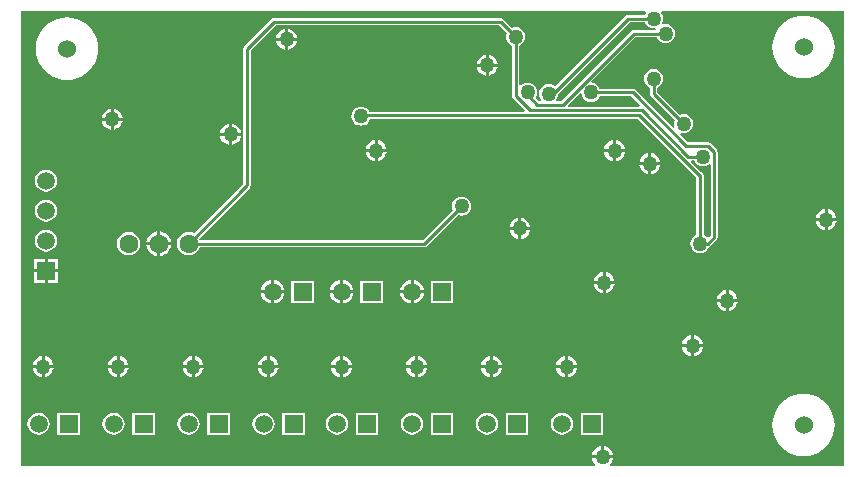
<source format=gbl>
G04 Layer_Physical_Order=2*
G04 Layer_Color=16711680*
%FSLAX23Y23*%
%MOIN*%
G70*
G01*
G75*
%ADD25C,0.010*%
%ADD26C,0.063*%
%ADD27R,0.059X0.059*%
%ADD28C,0.059*%
%ADD29R,0.059X0.059*%
%ADD30C,0.060*%
%ADD31C,0.050*%
G36*
X2895Y2260D02*
X2895Y2255D01*
X2899Y2247D01*
X2904Y2241D01*
X2910Y2236D01*
X2918Y2232D01*
X2926Y2231D01*
X2935Y2232D01*
X2943Y2236D01*
X2949Y2241D01*
X2954Y2247D01*
X2956Y2251D01*
X3061D01*
X3090Y2222D01*
X3088Y2217D01*
X2851D01*
X2849Y2222D01*
X2889Y2262D01*
X2895Y2260D01*
D02*
G37*
G36*
X3272Y2034D02*
X3277Y2027D01*
X3284Y2022D01*
X3292Y2019D01*
X3300Y2018D01*
X3308Y2019D01*
X3316Y2022D01*
X3320Y2025D01*
X3325Y2022D01*
Y1787D01*
X3319Y1781D01*
X3314Y1781D01*
X3313Y1783D01*
X3306Y1788D01*
X3302Y1790D01*
Y1988D01*
X3301Y1992D01*
X3299Y1996D01*
X3295Y1999D01*
X3294Y1999D01*
X3260Y2033D01*
X3262Y2038D01*
X3270D01*
X3272Y2034D01*
D02*
G37*
G36*
X3108Y2535D02*
X3110Y2530D01*
X3107Y2526D01*
X3105Y2522D01*
X3050D01*
X3045Y2521D01*
X3041Y2519D01*
X2807Y2284D01*
X2801Y2288D01*
X2793Y2291D01*
X2785Y2292D01*
X2777Y2291D01*
X2769Y2288D01*
X2762Y2283D01*
X2757Y2276D01*
X2754Y2268D01*
X2753Y2260D01*
X2754Y2252D01*
X2757Y2244D01*
X2760Y2240D01*
X2757Y2235D01*
X2752D01*
X2741Y2246D01*
X2743Y2249D01*
X2746Y2257D01*
X2747Y2265D01*
X2746Y2273D01*
X2743Y2281D01*
X2738Y2288D01*
X2731Y2293D01*
X2723Y2296D01*
X2715Y2297D01*
X2707Y2296D01*
X2699Y2293D01*
X2692Y2288D01*
X2690Y2288D01*
X2687Y2289D01*
Y2420D01*
X2691Y2422D01*
X2698Y2427D01*
X2703Y2434D01*
X2706Y2442D01*
X2707Y2450D01*
X2706Y2458D01*
X2703Y2466D01*
X2698Y2473D01*
X2691Y2478D01*
X2683Y2481D01*
X2675Y2482D01*
X2667Y2481D01*
X2663Y2480D01*
X2634Y2509D01*
X2630Y2511D01*
X2625Y2512D01*
X1870D01*
X1865Y2511D01*
X1861Y2509D01*
X1771Y2419D01*
X1769Y2415D01*
X1768Y2410D01*
Y1960D01*
X1602Y1795D01*
X1595Y1798D01*
X1585Y1799D01*
X1575Y1798D01*
X1566Y1794D01*
X1558Y1787D01*
X1551Y1779D01*
X1547Y1770D01*
X1546Y1760D01*
X1547Y1750D01*
X1551Y1741D01*
X1558Y1733D01*
X1566Y1726D01*
X1575Y1722D01*
X1585Y1721D01*
X1595Y1722D01*
X1604Y1726D01*
X1612Y1733D01*
X1619Y1741D01*
X1622Y1748D01*
X2370D01*
X2375Y1749D01*
X2379Y1751D01*
X2483Y1855D01*
X2487Y1854D01*
X2495Y1853D01*
X2503Y1854D01*
X2511Y1857D01*
X2518Y1862D01*
X2523Y1869D01*
X2526Y1877D01*
X2527Y1885D01*
X2526Y1893D01*
X2523Y1901D01*
X2518Y1908D01*
X2511Y1913D01*
X2503Y1916D01*
X2495Y1917D01*
X2487Y1916D01*
X2479Y1913D01*
X2472Y1908D01*
X2467Y1901D01*
X2464Y1893D01*
X2463Y1885D01*
X2464Y1877D01*
X2465Y1873D01*
X2365Y1772D01*
X1622D01*
X1620Y1777D01*
X1789Y1946D01*
X1791Y1950D01*
X1792Y1955D01*
Y2405D01*
X1875Y2488D01*
X2620D01*
X2645Y2462D01*
X2644Y2458D01*
X2643Y2450D01*
X2644Y2442D01*
X2647Y2434D01*
X2652Y2427D01*
X2659Y2422D01*
X2663Y2420D01*
Y2253D01*
X2664Y2248D01*
X2666Y2244D01*
X2706Y2205D01*
X2704Y2200D01*
X2188D01*
X2188Y2201D01*
X2183Y2208D01*
X2176Y2213D01*
X2168Y2216D01*
X2160Y2217D01*
X2152Y2216D01*
X2144Y2213D01*
X2137Y2208D01*
X2132Y2201D01*
X2129Y2193D01*
X2128Y2185D01*
X2129Y2177D01*
X2132Y2169D01*
X2137Y2162D01*
X2144Y2157D01*
X2152Y2154D01*
X2160Y2153D01*
X2168Y2154D01*
X2176Y2157D01*
X2183Y2162D01*
X2188Y2169D01*
X2191Y2176D01*
X3083D01*
X3278Y1981D01*
Y1790D01*
X3274Y1788D01*
X3267Y1783D01*
X3262Y1776D01*
X3259Y1768D01*
X3258Y1760D01*
X3259Y1752D01*
X3262Y1744D01*
X3267Y1737D01*
X3274Y1732D01*
X3282Y1729D01*
X3290Y1728D01*
X3298Y1729D01*
X3306Y1732D01*
X3313Y1737D01*
X3318Y1744D01*
X3320Y1749D01*
X3324Y1751D01*
X3346Y1773D01*
X3348Y1777D01*
X3349Y1782D01*
Y2065D01*
X3348Y2070D01*
X3346Y2074D01*
X3324Y2096D01*
X3320Y2098D01*
X3315Y2099D01*
X3248D01*
X3222Y2125D01*
X3225Y2130D01*
X3227Y2129D01*
X3235Y2128D01*
X3243Y2129D01*
X3251Y2132D01*
X3258Y2137D01*
X3263Y2144D01*
X3266Y2152D01*
X3267Y2160D01*
X3266Y2168D01*
X3263Y2176D01*
X3258Y2183D01*
X3251Y2188D01*
X3243Y2191D01*
X3235Y2192D01*
X3227Y2191D01*
X3223Y2190D01*
X3147Y2265D01*
Y2280D01*
X3151Y2282D01*
X3158Y2287D01*
X3163Y2294D01*
X3166Y2302D01*
X3167Y2310D01*
X3166Y2318D01*
X3163Y2326D01*
X3158Y2333D01*
X3151Y2338D01*
X3143Y2341D01*
X3135Y2342D01*
X3127Y2341D01*
X3119Y2338D01*
X3112Y2333D01*
X3107Y2326D01*
X3104Y2318D01*
X3103Y2310D01*
X3104Y2302D01*
X3107Y2294D01*
X3112Y2287D01*
X3119Y2282D01*
X3123Y2280D01*
Y2260D01*
X3124Y2255D01*
X3126Y2251D01*
X3205Y2172D01*
X3204Y2168D01*
X3203Y2160D01*
X3204Y2152D01*
X3205Y2150D01*
X3200Y2147D01*
X3075Y2272D01*
X3071Y2275D01*
X3066Y2276D01*
X2956D01*
X2954Y2280D01*
X2949Y2286D01*
X2943Y2291D01*
X2935Y2295D01*
X2930Y2295D01*
X2928Y2301D01*
X3075Y2448D01*
X3145D01*
X3147Y2444D01*
X3152Y2437D01*
X3159Y2432D01*
X3167Y2429D01*
X3175Y2428D01*
X3183Y2429D01*
X3191Y2432D01*
X3198Y2437D01*
X3203Y2444D01*
X3206Y2452D01*
X3207Y2460D01*
X3206Y2468D01*
X3203Y2476D01*
X3198Y2483D01*
X3191Y2488D01*
X3183Y2491D01*
X3175Y2492D01*
X3167Y2491D01*
X3166Y2492D01*
X3166Y2492D01*
X3164Y2495D01*
X3166Y2502D01*
X3167Y2510D01*
X3166Y2518D01*
X3163Y2526D01*
X3160Y2530D01*
X3162Y2535D01*
X3770D01*
X3770Y1020D01*
X2991D01*
X2990Y1025D01*
X2990Y1025D01*
X2996Y1032D01*
X2999Y1041D01*
X3000Y1045D01*
X2930D01*
X2931Y1041D01*
X2934Y1032D01*
X2940Y1025D01*
X2940Y1025D01*
X2939Y1020D01*
X1025D01*
X1025Y2535D01*
X3108Y2535D01*
D02*
G37*
G36*
X3107Y2494D02*
X3112Y2487D01*
X3119Y2482D01*
X3127Y2479D01*
X3135Y2478D01*
X3139Y2478D01*
X3143Y2474D01*
X3142Y2472D01*
X3070D01*
X3065Y2471D01*
X3061Y2469D01*
X2828Y2235D01*
X2813D01*
X2810Y2240D01*
X2813Y2244D01*
X2816Y2252D01*
X2817Y2260D01*
X3055Y2498D01*
X3105D01*
X3107Y2494D01*
D02*
G37*
%LPC*%
G36*
X1845Y1385D02*
X1841Y1384D01*
X1832Y1381D01*
X1825Y1375D01*
X1819Y1368D01*
X1816Y1359D01*
X1815Y1355D01*
X1845D01*
Y1385D01*
D02*
G37*
G36*
X1605D02*
Y1355D01*
X1635D01*
X1634Y1359D01*
X1631Y1368D01*
X1625Y1375D01*
X1618Y1381D01*
X1609Y1384D01*
X1605Y1385D01*
D02*
G37*
G36*
X2340D02*
X2336Y1384D01*
X2327Y1381D01*
X2320Y1375D01*
X2314Y1368D01*
X2311Y1359D01*
X2310Y1355D01*
X2340D01*
Y1385D01*
D02*
G37*
G36*
X2350D02*
Y1355D01*
X2380D01*
X2379Y1359D01*
X2376Y1368D01*
X2370Y1375D01*
X2363Y1381D01*
X2354Y1384D01*
X2350Y1385D01*
D02*
G37*
G36*
X2100D02*
Y1355D01*
X2130D01*
X2129Y1359D01*
X2126Y1368D01*
X2120Y1375D01*
X2113Y1381D01*
X2104Y1384D01*
X2100Y1385D01*
D02*
G37*
G36*
X1855D02*
Y1355D01*
X1885D01*
X1884Y1359D01*
X1881Y1368D01*
X1875Y1375D01*
X1868Y1381D01*
X1859Y1384D01*
X1855Y1385D01*
D02*
G37*
G36*
X2090D02*
X2086Y1384D01*
X2077Y1381D01*
X2070Y1375D01*
X2064Y1368D01*
X2061Y1359D01*
X2060Y1355D01*
X2090D01*
Y1385D01*
D02*
G37*
G36*
X2880Y1345D02*
X2850D01*
Y1315D01*
X2854Y1316D01*
X2863Y1319D01*
X2870Y1325D01*
X2876Y1332D01*
X2879Y1341D01*
X2880Y1345D01*
D02*
G37*
G36*
X1095Y1385D02*
X1091Y1384D01*
X1082Y1381D01*
X1075Y1375D01*
X1069Y1368D01*
X1066Y1359D01*
X1065Y1355D01*
X1095D01*
Y1385D01*
D02*
G37*
G36*
X2630Y1345D02*
X2600D01*
Y1315D01*
X2604Y1316D01*
X2613Y1319D01*
X2620Y1325D01*
X2626Y1332D01*
X2629Y1341D01*
X2630Y1345D01*
D02*
G37*
G36*
X2840D02*
X2810D01*
X2811Y1341D01*
X2814Y1332D01*
X2820Y1325D01*
X2827Y1319D01*
X2836Y1316D01*
X2840Y1315D01*
Y1345D01*
D02*
G37*
G36*
X1355Y1385D02*
Y1355D01*
X1385D01*
X1384Y1359D01*
X1381Y1368D01*
X1375Y1375D01*
X1368Y1381D01*
X1359Y1384D01*
X1355Y1385D01*
D02*
G37*
G36*
X1595D02*
X1591Y1384D01*
X1582Y1381D01*
X1575Y1375D01*
X1569Y1368D01*
X1566Y1359D01*
X1565Y1355D01*
X1595D01*
Y1385D01*
D02*
G37*
G36*
X1105D02*
Y1355D01*
X1135D01*
X1134Y1359D01*
X1131Y1368D01*
X1125Y1375D01*
X1118Y1381D01*
X1109Y1384D01*
X1105Y1385D01*
D02*
G37*
G36*
X1345D02*
X1341Y1384D01*
X1332Y1381D01*
X1325Y1375D01*
X1319Y1368D01*
X1316Y1359D01*
X1315Y1355D01*
X1345D01*
Y1385D01*
D02*
G37*
G36*
X1860Y1595D02*
X1826D01*
X1826Y1590D01*
X1830Y1580D01*
X1837Y1572D01*
X1845Y1565D01*
X1855Y1561D01*
X1860Y1561D01*
Y1595D01*
D02*
G37*
G36*
X2090D02*
X2056D01*
X2056Y1590D01*
X2060Y1580D01*
X2067Y1572D01*
X2075Y1565D01*
X2085Y1561D01*
X2090Y1561D01*
Y1595D01*
D02*
G37*
G36*
X3375Y1565D02*
X3345D01*
X3346Y1561D01*
X3349Y1552D01*
X3355Y1545D01*
X3362Y1539D01*
X3371Y1536D01*
X3375Y1535D01*
Y1565D01*
D02*
G37*
G36*
X3415D02*
X3385D01*
Y1535D01*
X3389Y1536D01*
X3398Y1539D01*
X3405Y1545D01*
X3411Y1552D01*
X3414Y1561D01*
X3415Y1565D01*
D02*
G37*
G36*
X2134Y1595D02*
X2100D01*
Y1561D01*
X2105Y1561D01*
X2115Y1565D01*
X2123Y1572D01*
X2130Y1580D01*
X2134Y1590D01*
X2134Y1595D01*
D02*
G37*
G36*
X2369D02*
X2335D01*
Y1561D01*
X2340Y1561D01*
X2350Y1565D01*
X2358Y1572D01*
X2365Y1580D01*
X2369Y1590D01*
X2369Y1595D01*
D02*
G37*
G36*
X2325D02*
X2291D01*
X2291Y1590D01*
X2295Y1580D01*
X2302Y1572D01*
X2310Y1565D01*
X2320Y1561D01*
X2325Y1561D01*
Y1595D01*
D02*
G37*
G36*
X1904D02*
X1870D01*
Y1561D01*
X1875Y1561D01*
X1885Y1565D01*
X1893Y1572D01*
X1900Y1580D01*
X1904Y1590D01*
X1904Y1595D01*
D02*
G37*
G36*
X2840Y1385D02*
X2836Y1384D01*
X2827Y1381D01*
X2820Y1375D01*
X2814Y1368D01*
X2811Y1359D01*
X2810Y1355D01*
X2840D01*
Y1385D01*
D02*
G37*
G36*
X2850D02*
Y1355D01*
X2880D01*
X2879Y1359D01*
X2876Y1368D01*
X2870Y1375D01*
X2863Y1381D01*
X2854Y1384D01*
X2850Y1385D01*
D02*
G37*
G36*
X2590D02*
X2586Y1384D01*
X2577Y1381D01*
X2570Y1375D01*
X2564Y1368D01*
X2561Y1359D01*
X2560Y1355D01*
X2590D01*
Y1385D01*
D02*
G37*
G36*
X2600D02*
Y1355D01*
X2630D01*
X2629Y1359D01*
X2626Y1368D01*
X2620Y1375D01*
X2613Y1381D01*
X2604Y1384D01*
X2600Y1385D01*
D02*
G37*
G36*
X3260Y1455D02*
X3256Y1454D01*
X3247Y1451D01*
X3240Y1445D01*
X3234Y1438D01*
X3231Y1429D01*
X3230Y1425D01*
X3260D01*
Y1455D01*
D02*
G37*
G36*
X3270D02*
Y1425D01*
X3300D01*
X3299Y1429D01*
X3296Y1438D01*
X3290Y1445D01*
X3283Y1451D01*
X3274Y1454D01*
X3270Y1455D01*
D02*
G37*
G36*
X3260Y1415D02*
X3230D01*
X3231Y1411D01*
X3234Y1402D01*
X3240Y1395D01*
X3247Y1389D01*
X3256Y1386D01*
X3260Y1385D01*
Y1415D01*
D02*
G37*
G36*
X3300D02*
X3270D01*
Y1385D01*
X3274Y1386D01*
X3283Y1389D01*
X3290Y1395D01*
X3296Y1402D01*
X3299Y1411D01*
X3300Y1415D01*
D02*
G37*
G36*
X2830Y1197D02*
X2820Y1196D01*
X2812Y1192D01*
X2804Y1186D01*
X2798Y1178D01*
X2794Y1170D01*
X2793Y1160D01*
X2794Y1150D01*
X2798Y1142D01*
X2804Y1134D01*
X2812Y1128D01*
X2820Y1124D01*
X2830Y1123D01*
X2840Y1124D01*
X2848Y1128D01*
X2856Y1134D01*
X2862Y1142D01*
X2866Y1150D01*
X2867Y1160D01*
X2866Y1170D01*
X2862Y1178D01*
X2856Y1186D01*
X2848Y1192D01*
X2840Y1196D01*
X2830Y1197D01*
D02*
G37*
G36*
X1222Y1197D02*
X1148D01*
Y1123D01*
X1222D01*
Y1197D01*
D02*
G37*
G36*
X2330Y1197D02*
X2320Y1196D01*
X2312Y1192D01*
X2304Y1186D01*
X2298Y1178D01*
X2294Y1170D01*
X2293Y1160D01*
X2294Y1150D01*
X2298Y1142D01*
X2304Y1134D01*
X2312Y1128D01*
X2320Y1124D01*
X2330Y1123D01*
X2340Y1124D01*
X2348Y1128D01*
X2356Y1134D01*
X2362Y1142D01*
X2366Y1150D01*
X2367Y1160D01*
X2366Y1170D01*
X2362Y1178D01*
X2356Y1186D01*
X2348Y1192D01*
X2340Y1196D01*
X2330Y1197D01*
D02*
G37*
G36*
X2580D02*
X2570Y1196D01*
X2562Y1192D01*
X2554Y1186D01*
X2548Y1178D01*
X2544Y1170D01*
X2543Y1160D01*
X2544Y1150D01*
X2548Y1142D01*
X2554Y1134D01*
X2562Y1128D01*
X2570Y1124D01*
X2580Y1123D01*
X2590Y1124D01*
X2598Y1128D01*
X2606Y1134D01*
X2612Y1142D01*
X2616Y1150D01*
X2617Y1160D01*
X2616Y1170D01*
X2612Y1178D01*
X2606Y1186D01*
X2598Y1192D01*
X2590Y1196D01*
X2580Y1197D01*
D02*
G37*
G36*
X1972Y1197D02*
X1898D01*
Y1123D01*
X1972D01*
Y1197D01*
D02*
G37*
G36*
X2217D02*
X2143D01*
Y1123D01*
X2217D01*
Y1197D01*
D02*
G37*
G36*
X1472D02*
X1398D01*
Y1123D01*
X1472D01*
Y1197D01*
D02*
G37*
G36*
X1722D02*
X1648D01*
Y1123D01*
X1722D01*
Y1197D01*
D02*
G37*
G36*
X2970Y1085D02*
Y1055D01*
X3000D01*
X2999Y1059D01*
X2996Y1068D01*
X2990Y1075D01*
X2983Y1081D01*
X2974Y1084D01*
X2970Y1085D01*
D02*
G37*
G36*
X1085Y1197D02*
X1075Y1196D01*
X1067Y1192D01*
X1059Y1186D01*
X1053Y1178D01*
X1049Y1170D01*
X1048Y1160D01*
X1049Y1150D01*
X1053Y1142D01*
X1059Y1134D01*
X1067Y1128D01*
X1075Y1124D01*
X1085Y1123D01*
X1095Y1124D01*
X1103Y1128D01*
X1111Y1134D01*
X1117Y1142D01*
X1121Y1150D01*
X1122Y1160D01*
X1121Y1170D01*
X1117Y1178D01*
X1111Y1186D01*
X1103Y1192D01*
X1095Y1196D01*
X1085Y1197D01*
D02*
G37*
G36*
X3635Y1259D02*
X3619Y1258D01*
X3603Y1254D01*
X3588Y1248D01*
X3574Y1239D01*
X3561Y1229D01*
X3551Y1216D01*
X3542Y1202D01*
X3536Y1187D01*
X3532Y1171D01*
X3531Y1155D01*
X3532Y1139D01*
X3536Y1123D01*
X3542Y1108D01*
X3551Y1094D01*
X3561Y1081D01*
X3574Y1071D01*
X3588Y1062D01*
X3603Y1056D01*
X3619Y1052D01*
X3635Y1051D01*
X3651Y1052D01*
X3667Y1056D01*
X3682Y1062D01*
X3696Y1071D01*
X3709Y1081D01*
X3719Y1094D01*
X3728Y1108D01*
X3734Y1123D01*
X3738Y1139D01*
X3739Y1155D01*
X3738Y1171D01*
X3734Y1187D01*
X3728Y1202D01*
X3719Y1216D01*
X3709Y1229D01*
X3696Y1239D01*
X3682Y1248D01*
X3667Y1254D01*
X3651Y1258D01*
X3635Y1259D01*
D02*
G37*
G36*
X2960Y1085D02*
X2956Y1084D01*
X2947Y1081D01*
X2940Y1075D01*
X2934Y1068D01*
X2931Y1059D01*
X2930Y1055D01*
X2960D01*
Y1085D01*
D02*
G37*
G36*
X1835Y1197D02*
X1825Y1196D01*
X1817Y1192D01*
X1809Y1186D01*
X1803Y1178D01*
X1799Y1170D01*
X1798Y1160D01*
X1799Y1150D01*
X1803Y1142D01*
X1809Y1134D01*
X1817Y1128D01*
X1825Y1124D01*
X1835Y1123D01*
X1845Y1124D01*
X1853Y1128D01*
X1861Y1134D01*
X1867Y1142D01*
X1871Y1150D01*
X1872Y1160D01*
X1871Y1170D01*
X1867Y1178D01*
X1861Y1186D01*
X1853Y1192D01*
X1845Y1196D01*
X1835Y1197D01*
D02*
G37*
G36*
X2080D02*
X2070Y1196D01*
X2062Y1192D01*
X2054Y1186D01*
X2048Y1178D01*
X2044Y1170D01*
X2043Y1160D01*
X2044Y1150D01*
X2048Y1142D01*
X2054Y1134D01*
X2062Y1128D01*
X2070Y1124D01*
X2080Y1123D01*
X2090Y1124D01*
X2098Y1128D01*
X2106Y1134D01*
X2112Y1142D01*
X2116Y1150D01*
X2117Y1160D01*
X2116Y1170D01*
X2112Y1178D01*
X2106Y1186D01*
X2098Y1192D01*
X2090Y1196D01*
X2080Y1197D01*
D02*
G37*
G36*
X1335D02*
X1325Y1196D01*
X1317Y1192D01*
X1309Y1186D01*
X1303Y1178D01*
X1299Y1170D01*
X1298Y1160D01*
X1299Y1150D01*
X1303Y1142D01*
X1309Y1134D01*
X1317Y1128D01*
X1325Y1124D01*
X1335Y1123D01*
X1345Y1124D01*
X1353Y1128D01*
X1361Y1134D01*
X1367Y1142D01*
X1371Y1150D01*
X1372Y1160D01*
X1371Y1170D01*
X1367Y1178D01*
X1361Y1186D01*
X1353Y1192D01*
X1345Y1196D01*
X1335Y1197D01*
D02*
G37*
G36*
X1585D02*
X1575Y1196D01*
X1567Y1192D01*
X1559Y1186D01*
X1553Y1178D01*
X1549Y1170D01*
X1548Y1160D01*
X1549Y1150D01*
X1553Y1142D01*
X1559Y1134D01*
X1567Y1128D01*
X1575Y1124D01*
X1585Y1123D01*
X1595Y1124D01*
X1603Y1128D01*
X1611Y1134D01*
X1617Y1142D01*
X1621Y1150D01*
X1622Y1160D01*
X1621Y1170D01*
X1617Y1178D01*
X1611Y1186D01*
X1603Y1192D01*
X1595Y1196D01*
X1585Y1197D01*
D02*
G37*
G36*
X1885Y1345D02*
X1855D01*
Y1315D01*
X1859Y1316D01*
X1868Y1319D01*
X1875Y1325D01*
X1881Y1332D01*
X1884Y1341D01*
X1885Y1345D01*
D02*
G37*
G36*
X2090D02*
X2060D01*
X2061Y1341D01*
X2064Y1332D01*
X2070Y1325D01*
X2077Y1319D01*
X2086Y1316D01*
X2090Y1315D01*
Y1345D01*
D02*
G37*
G36*
X1635D02*
X1605D01*
Y1315D01*
X1609Y1316D01*
X1618Y1319D01*
X1625Y1325D01*
X1631Y1332D01*
X1634Y1341D01*
X1635Y1345D01*
D02*
G37*
G36*
X1845D02*
X1815D01*
X1816Y1341D01*
X1819Y1332D01*
X1825Y1325D01*
X1832Y1319D01*
X1841Y1316D01*
X1845Y1315D01*
Y1345D01*
D02*
G37*
G36*
X2380D02*
X2350D01*
Y1315D01*
X2354Y1316D01*
X2363Y1319D01*
X2370Y1325D01*
X2376Y1332D01*
X2379Y1341D01*
X2380Y1345D01*
D02*
G37*
G36*
X2590D02*
X2560D01*
X2561Y1341D01*
X2564Y1332D01*
X2570Y1325D01*
X2577Y1319D01*
X2586Y1316D01*
X2590Y1315D01*
Y1345D01*
D02*
G37*
G36*
X2130D02*
X2100D01*
Y1315D01*
X2104Y1316D01*
X2113Y1319D01*
X2120Y1325D01*
X2126Y1332D01*
X2129Y1341D01*
X2130Y1345D01*
D02*
G37*
G36*
X2340D02*
X2310D01*
X2311Y1341D01*
X2314Y1332D01*
X2320Y1325D01*
X2327Y1319D01*
X2336Y1316D01*
X2340Y1315D01*
Y1345D01*
D02*
G37*
G36*
X2967Y1197D02*
X2893D01*
Y1123D01*
X2967D01*
Y1197D01*
D02*
G37*
G36*
X1095Y1345D02*
X1065D01*
X1066Y1341D01*
X1069Y1332D01*
X1075Y1325D01*
X1082Y1319D01*
X1091Y1316D01*
X1095Y1315D01*
Y1345D01*
D02*
G37*
G36*
X2467Y1197D02*
X2393D01*
Y1123D01*
X2467D01*
Y1197D01*
D02*
G37*
G36*
X2717D02*
X2643D01*
Y1123D01*
X2717D01*
Y1197D01*
D02*
G37*
G36*
X1385Y1345D02*
X1355D01*
Y1315D01*
X1359Y1316D01*
X1368Y1319D01*
X1375Y1325D01*
X1381Y1332D01*
X1384Y1341D01*
X1385Y1345D01*
D02*
G37*
G36*
X1595D02*
X1565D01*
X1566Y1341D01*
X1569Y1332D01*
X1575Y1325D01*
X1582Y1319D01*
X1591Y1316D01*
X1595Y1315D01*
Y1345D01*
D02*
G37*
G36*
X1135D02*
X1105D01*
Y1315D01*
X1109Y1316D01*
X1118Y1319D01*
X1125Y1325D01*
X1131Y1332D01*
X1134Y1341D01*
X1135Y1345D01*
D02*
G37*
G36*
X1345D02*
X1315D01*
X1316Y1341D01*
X1319Y1332D01*
X1325Y1325D01*
X1332Y1319D01*
X1341Y1316D01*
X1345Y1315D01*
Y1345D01*
D02*
G37*
G36*
X2002Y1637D02*
X1928D01*
Y1563D01*
X2002D01*
Y1637D01*
D02*
G37*
G36*
X2205Y2105D02*
X2201Y2104D01*
X2192Y2101D01*
X2185Y2095D01*
X2179Y2088D01*
X2176Y2079D01*
X2175Y2075D01*
X2205D01*
Y2105D01*
D02*
G37*
G36*
X2215D02*
Y2075D01*
X2245D01*
X2244Y2079D01*
X2241Y2088D01*
X2235Y2095D01*
X2228Y2101D01*
X2219Y2104D01*
X2215Y2105D01*
D02*
G37*
G36*
X3000Y2065D02*
X2970D01*
X2971Y2061D01*
X2974Y2052D01*
X2980Y2045D01*
X2987Y2039D01*
X2996Y2036D01*
X3000Y2035D01*
Y2065D01*
D02*
G37*
G36*
X3040D02*
X3010D01*
Y2035D01*
X3014Y2036D01*
X3023Y2039D01*
X3030Y2045D01*
X3036Y2052D01*
X3039Y2061D01*
X3040Y2065D01*
D02*
G37*
G36*
X1720Y2120D02*
X1690D01*
X1691Y2116D01*
X1694Y2107D01*
X1700Y2100D01*
X1707Y2094D01*
X1716Y2091D01*
X1720Y2090D01*
Y2120D01*
D02*
G37*
G36*
X1760D02*
X1730D01*
Y2090D01*
X1734Y2091D01*
X1743Y2094D01*
X1750Y2100D01*
X1756Y2107D01*
X1759Y2116D01*
X1760Y2120D01*
D02*
G37*
G36*
X3000Y2105D02*
X2996Y2104D01*
X2987Y2101D01*
X2980Y2095D01*
X2974Y2088D01*
X2971Y2079D01*
X2970Y2075D01*
X3000D01*
Y2105D01*
D02*
G37*
G36*
X3010D02*
Y2075D01*
X3040D01*
X3039Y2079D01*
X3036Y2088D01*
X3030Y2095D01*
X3023Y2101D01*
X3014Y2104D01*
X3010Y2105D01*
D02*
G37*
G36*
X3118Y2022D02*
X3088D01*
X3089Y2018D01*
X3092Y2010D01*
X3098Y2002D01*
X3105Y1997D01*
X3114Y1993D01*
X3118Y1993D01*
Y2022D01*
D02*
G37*
G36*
X3157D02*
X3128D01*
Y1993D01*
X3132Y1993D01*
X3140Y1997D01*
X3148Y2002D01*
X3153Y2010D01*
X3157Y2018D01*
X3157Y2022D01*
D02*
G37*
G36*
X3715Y1875D02*
Y1845D01*
X3745D01*
X3744Y1849D01*
X3741Y1858D01*
X3735Y1865D01*
X3728Y1871D01*
X3719Y1874D01*
X3715Y1875D01*
D02*
G37*
G36*
X1110Y2007D02*
X1100Y2006D01*
X1092Y2002D01*
X1084Y1996D01*
X1078Y1988D01*
X1074Y1980D01*
X1073Y1970D01*
X1074Y1960D01*
X1078Y1952D01*
X1084Y1944D01*
X1092Y1938D01*
X1100Y1934D01*
X1110Y1933D01*
X1120Y1934D01*
X1128Y1938D01*
X1136Y1944D01*
X1142Y1952D01*
X1146Y1960D01*
X1147Y1970D01*
X1146Y1980D01*
X1142Y1988D01*
X1136Y1996D01*
X1128Y2002D01*
X1120Y2006D01*
X1110Y2007D01*
D02*
G37*
G36*
X2205Y2065D02*
X2175D01*
X2176Y2061D01*
X2179Y2052D01*
X2185Y2045D01*
X2192Y2039D01*
X2201Y2036D01*
X2205Y2035D01*
Y2065D01*
D02*
G37*
G36*
X2245D02*
X2215D01*
Y2035D01*
X2219Y2036D01*
X2228Y2039D01*
X2235Y2045D01*
X2241Y2052D01*
X2244Y2061D01*
X2245Y2065D01*
D02*
G37*
G36*
X3118Y2062D02*
X3114Y2061D01*
X3105Y2058D01*
X3098Y2052D01*
X3092Y2045D01*
X3089Y2036D01*
X3088Y2032D01*
X3118D01*
Y2062D01*
D02*
G37*
G36*
X3128D02*
Y2032D01*
X3157D01*
X3157Y2036D01*
X3153Y2045D01*
X3148Y2052D01*
X3140Y2058D01*
X3132Y2061D01*
X3128Y2062D01*
D02*
G37*
G36*
X2575Y2390D02*
X2571Y2389D01*
X2562Y2386D01*
X2555Y2380D01*
X2549Y2373D01*
X2546Y2364D01*
X2545Y2360D01*
X2575D01*
Y2390D01*
D02*
G37*
G36*
X2585D02*
Y2360D01*
X2615D01*
X2614Y2364D01*
X2611Y2373D01*
X2605Y2380D01*
X2598Y2386D01*
X2589Y2389D01*
X2585Y2390D01*
D02*
G37*
G36*
X2575Y2350D02*
X2545D01*
X2546Y2346D01*
X2549Y2337D01*
X2555Y2330D01*
X2562Y2324D01*
X2571Y2321D01*
X2575Y2320D01*
Y2350D01*
D02*
G37*
G36*
X2615D02*
X2585D01*
Y2320D01*
X2589Y2321D01*
X2598Y2324D01*
X2605Y2330D01*
X2611Y2337D01*
X2614Y2346D01*
X2615Y2350D01*
D02*
G37*
G36*
X1907Y2476D02*
X1903Y2476D01*
X1894Y2472D01*
X1887Y2467D01*
X1881Y2460D01*
X1878Y2451D01*
X1877Y2447D01*
X1907D01*
Y2476D01*
D02*
G37*
G36*
X1917D02*
Y2447D01*
X1946D01*
X1946Y2451D01*
X1942Y2460D01*
X1937Y2467D01*
X1930Y2472D01*
X1921Y2476D01*
X1917Y2476D01*
D02*
G37*
G36*
X1907Y2437D02*
X1877D01*
X1878Y2433D01*
X1881Y2424D01*
X1887Y2417D01*
X1894Y2411D01*
X1903Y2408D01*
X1907Y2407D01*
Y2437D01*
D02*
G37*
G36*
X1946D02*
X1917D01*
Y2407D01*
X1921Y2408D01*
X1930Y2411D01*
X1937Y2417D01*
X1942Y2424D01*
X1946Y2433D01*
X1946Y2437D01*
D02*
G37*
G36*
X1325Y2170D02*
X1295D01*
X1296Y2166D01*
X1299Y2157D01*
X1305Y2150D01*
X1312Y2144D01*
X1321Y2141D01*
X1325Y2140D01*
Y2170D01*
D02*
G37*
G36*
X1365D02*
X1335D01*
Y2140D01*
X1339Y2141D01*
X1348Y2144D01*
X1355Y2150D01*
X1361Y2157D01*
X1364Y2166D01*
X1365Y2170D01*
D02*
G37*
G36*
X1720Y2160D02*
X1716Y2159D01*
X1707Y2156D01*
X1700Y2150D01*
X1694Y2143D01*
X1691Y2134D01*
X1690Y2130D01*
X1720D01*
Y2160D01*
D02*
G37*
G36*
X1730D02*
Y2130D01*
X1760D01*
X1759Y2134D01*
X1756Y2143D01*
X1750Y2150D01*
X1743Y2156D01*
X1734Y2159D01*
X1730Y2160D01*
D02*
G37*
G36*
X1180Y2514D02*
X1164Y2513D01*
X1148Y2509D01*
X1133Y2503D01*
X1119Y2494D01*
X1106Y2484D01*
X1096Y2471D01*
X1087Y2457D01*
X1081Y2442D01*
X1077Y2426D01*
X1076Y2410D01*
X1077Y2394D01*
X1081Y2378D01*
X1087Y2363D01*
X1096Y2349D01*
X1106Y2336D01*
X1119Y2326D01*
X1133Y2317D01*
X1148Y2311D01*
X1164Y2307D01*
X1180Y2306D01*
X1196Y2307D01*
X1212Y2311D01*
X1227Y2317D01*
X1241Y2326D01*
X1254Y2336D01*
X1264Y2349D01*
X1273Y2363D01*
X1279Y2378D01*
X1283Y2394D01*
X1284Y2410D01*
X1283Y2426D01*
X1279Y2442D01*
X1273Y2457D01*
X1264Y2471D01*
X1254Y2484D01*
X1241Y2494D01*
X1227Y2503D01*
X1212Y2509D01*
X1196Y2513D01*
X1180Y2514D01*
D02*
G37*
G36*
X3635Y2519D02*
X3619Y2518D01*
X3603Y2514D01*
X3588Y2508D01*
X3574Y2499D01*
X3561Y2489D01*
X3551Y2476D01*
X3542Y2462D01*
X3536Y2447D01*
X3532Y2431D01*
X3531Y2415D01*
X3532Y2399D01*
X3536Y2383D01*
X3542Y2368D01*
X3551Y2354D01*
X3561Y2341D01*
X3574Y2331D01*
X3588Y2322D01*
X3603Y2316D01*
X3619Y2312D01*
X3635Y2311D01*
X3651Y2312D01*
X3667Y2316D01*
X3682Y2322D01*
X3696Y2331D01*
X3709Y2341D01*
X3719Y2354D01*
X3728Y2368D01*
X3734Y2383D01*
X3738Y2399D01*
X3739Y2415D01*
X3738Y2431D01*
X3734Y2447D01*
X3728Y2462D01*
X3719Y2476D01*
X3709Y2489D01*
X3696Y2499D01*
X3682Y2508D01*
X3667Y2514D01*
X3651Y2518D01*
X3635Y2519D01*
D02*
G37*
G36*
X1325Y2210D02*
X1321Y2209D01*
X1312Y2206D01*
X1305Y2200D01*
X1299Y2193D01*
X1296Y2184D01*
X1295Y2180D01*
X1325D01*
Y2210D01*
D02*
G37*
G36*
X1335D02*
Y2180D01*
X1365D01*
X1364Y2184D01*
X1361Y2193D01*
X1355Y2200D01*
X1348Y2206D01*
X1339Y2209D01*
X1335Y2210D01*
D02*
G37*
G36*
X2335Y1639D02*
Y1605D01*
X2369D01*
X2369Y1610D01*
X2365Y1620D01*
X2358Y1628D01*
X2350Y1635D01*
X2340Y1639D01*
X2335Y1639D01*
D02*
G37*
G36*
X2100D02*
Y1605D01*
X2134D01*
X2134Y1610D01*
X2130Y1620D01*
X2123Y1628D01*
X2115Y1635D01*
X2105Y1639D01*
X2100Y1639D01*
D02*
G37*
G36*
X2090D02*
X2085Y1639D01*
X2075Y1635D01*
X2067Y1628D01*
X2060Y1620D01*
X2056Y1610D01*
X2056Y1605D01*
X2090D01*
Y1639D01*
D02*
G37*
G36*
X1870D02*
Y1605D01*
X1904D01*
X1904Y1610D01*
X1900Y1620D01*
X1893Y1628D01*
X1885Y1635D01*
X1875Y1639D01*
X1870Y1639D01*
D02*
G37*
G36*
X2965Y1665D02*
X2961Y1664D01*
X2952Y1661D01*
X2945Y1655D01*
X2939Y1648D01*
X2936Y1639D01*
X2935Y1635D01*
X2965D01*
Y1665D01*
D02*
G37*
G36*
X2975D02*
Y1635D01*
X3005D01*
X3004Y1639D01*
X3001Y1648D01*
X2995Y1655D01*
X2988Y1661D01*
X2979Y1664D01*
X2975Y1665D01*
D02*
G37*
G36*
X1105Y1665D02*
X1070D01*
Y1630D01*
X1105D01*
Y1665D01*
D02*
G37*
G36*
X1150D02*
X1115D01*
Y1630D01*
X1150D01*
Y1665D01*
D02*
G37*
G36*
X3375Y1605D02*
X3371Y1604D01*
X3362Y1601D01*
X3355Y1595D01*
X3349Y1588D01*
X3346Y1579D01*
X3345Y1575D01*
X3375D01*
Y1605D01*
D02*
G37*
G36*
X3385D02*
Y1575D01*
X3415D01*
X3414Y1579D01*
X3411Y1588D01*
X3405Y1595D01*
X3398Y1601D01*
X3389Y1604D01*
X3385Y1605D01*
D02*
G37*
G36*
X2232Y1637D02*
X2158D01*
Y1563D01*
X2232D01*
Y1637D01*
D02*
G37*
G36*
X2467D02*
X2393D01*
Y1563D01*
X2467D01*
Y1637D01*
D02*
G37*
G36*
X1860Y1639D02*
X1855Y1639D01*
X1845Y1635D01*
X1837Y1628D01*
X1830Y1620D01*
X1826Y1610D01*
X1826Y1605D01*
X1860D01*
Y1639D01*
D02*
G37*
G36*
X2325D02*
X2320Y1639D01*
X2310Y1635D01*
X2302Y1628D01*
X2295Y1620D01*
X2291Y1610D01*
X2291Y1605D01*
X2325D01*
Y1639D01*
D02*
G37*
G36*
X2965Y1625D02*
X2935D01*
X2936Y1621D01*
X2939Y1612D01*
X2945Y1605D01*
X2952Y1599D01*
X2961Y1596D01*
X2965Y1595D01*
Y1625D01*
D02*
G37*
G36*
X3005D02*
X2975D01*
Y1595D01*
X2979Y1596D01*
X2988Y1599D01*
X2995Y1605D01*
X3001Y1612D01*
X3004Y1621D01*
X3005Y1625D01*
D02*
G37*
G36*
X3705Y1835D02*
X3675D01*
X3676Y1831D01*
X3679Y1822D01*
X3685Y1815D01*
X3692Y1809D01*
X3701Y1806D01*
X3705Y1805D01*
Y1835D01*
D02*
G37*
G36*
X3745D02*
X3715D01*
Y1805D01*
X3719Y1806D01*
X3728Y1809D01*
X3735Y1815D01*
X3741Y1822D01*
X3744Y1831D01*
X3745Y1835D01*
D02*
G37*
G36*
X2684Y1806D02*
X2655D01*
X2655Y1801D01*
X2659Y1793D01*
X2664Y1786D01*
X2672Y1780D01*
X2680Y1777D01*
X2684Y1776D01*
Y1806D01*
D02*
G37*
G36*
X2724D02*
X2694D01*
Y1776D01*
X2699Y1777D01*
X2707Y1780D01*
X2714Y1786D01*
X2720Y1793D01*
X2723Y1801D01*
X2724Y1806D01*
D02*
G37*
G36*
X1110Y1907D02*
X1100Y1906D01*
X1092Y1902D01*
X1084Y1896D01*
X1078Y1888D01*
X1074Y1880D01*
X1073Y1870D01*
X1074Y1860D01*
X1078Y1852D01*
X1084Y1844D01*
X1092Y1838D01*
X1100Y1834D01*
X1110Y1833D01*
X1120Y1834D01*
X1128Y1838D01*
X1136Y1844D01*
X1142Y1852D01*
X1146Y1860D01*
X1147Y1870D01*
X1146Y1880D01*
X1142Y1888D01*
X1136Y1896D01*
X1128Y1902D01*
X1120Y1906D01*
X1110Y1907D01*
D02*
G37*
G36*
X3705Y1875D02*
X3701Y1874D01*
X3692Y1871D01*
X3685Y1865D01*
X3679Y1858D01*
X3676Y1849D01*
X3675Y1845D01*
X3705D01*
Y1875D01*
D02*
G37*
G36*
X2684Y1845D02*
X2680Y1845D01*
X2672Y1841D01*
X2664Y1836D01*
X2659Y1828D01*
X2655Y1820D01*
X2655Y1816D01*
X2684D01*
Y1845D01*
D02*
G37*
G36*
X2694D02*
Y1816D01*
X2724D01*
X2723Y1820D01*
X2720Y1828D01*
X2714Y1836D01*
X2707Y1841D01*
X2699Y1845D01*
X2694Y1845D01*
D02*
G37*
G36*
X1480Y1755D02*
X1444D01*
X1445Y1749D01*
X1449Y1739D01*
X1455Y1730D01*
X1464Y1724D01*
X1474Y1720D01*
X1480Y1719D01*
Y1755D01*
D02*
G37*
G36*
X1526D02*
X1490D01*
Y1719D01*
X1496Y1720D01*
X1506Y1724D01*
X1515Y1730D01*
X1521Y1739D01*
X1525Y1749D01*
X1526Y1755D01*
D02*
G37*
G36*
X1105Y1710D02*
X1070D01*
Y1675D01*
X1105D01*
Y1710D01*
D02*
G37*
G36*
X1150D02*
X1115D01*
Y1675D01*
X1150D01*
Y1710D01*
D02*
G37*
G36*
X1480Y1801D02*
X1474Y1800D01*
X1464Y1796D01*
X1455Y1790D01*
X1449Y1781D01*
X1445Y1771D01*
X1444Y1765D01*
X1480D01*
Y1801D01*
D02*
G37*
G36*
X1490D02*
Y1765D01*
X1526D01*
X1525Y1771D01*
X1521Y1781D01*
X1515Y1790D01*
X1506Y1796D01*
X1496Y1800D01*
X1490Y1801D01*
D02*
G37*
G36*
X1385Y1799D02*
X1375Y1798D01*
X1366Y1794D01*
X1358Y1787D01*
X1351Y1779D01*
X1347Y1770D01*
X1346Y1760D01*
X1347Y1750D01*
X1351Y1741D01*
X1358Y1733D01*
X1366Y1726D01*
X1375Y1722D01*
X1385Y1721D01*
X1395Y1722D01*
X1404Y1726D01*
X1412Y1733D01*
X1419Y1741D01*
X1423Y1750D01*
X1424Y1760D01*
X1423Y1770D01*
X1419Y1779D01*
X1412Y1787D01*
X1404Y1794D01*
X1395Y1798D01*
X1385Y1799D01*
D02*
G37*
G36*
X1110Y1807D02*
X1100Y1806D01*
X1092Y1802D01*
X1084Y1796D01*
X1078Y1788D01*
X1074Y1780D01*
X1073Y1770D01*
X1074Y1760D01*
X1078Y1752D01*
X1084Y1744D01*
X1092Y1738D01*
X1100Y1734D01*
X1110Y1733D01*
X1120Y1734D01*
X1128Y1738D01*
X1136Y1744D01*
X1142Y1752D01*
X1146Y1760D01*
X1147Y1770D01*
X1146Y1780D01*
X1142Y1788D01*
X1136Y1796D01*
X1128Y1802D01*
X1120Y1806D01*
X1110Y1807D01*
D02*
G37*
%LPD*%
D25*
X3135Y2260D02*
Y2310D01*
X3050Y2510D02*
X3135D01*
X3243Y2087D02*
X3315D01*
X3337Y2065D01*
X3290Y1760D02*
Y1988D01*
X3135Y2260D02*
X3235Y2160D01*
X2800Y2260D02*
X3050Y2510D01*
X2785Y2260D02*
X2800D01*
X3250Y2050D02*
X3300D01*
X3337Y1782D02*
Y2065D01*
X3288Y1988D02*
X3290D01*
Y1760D02*
X3315D01*
X3337Y1782D01*
X2715Y2255D02*
Y2265D01*
Y2255D02*
X2747Y2223D01*
X2833D01*
X2675Y2253D02*
Y2450D01*
X3088Y2188D02*
X3288Y1988D01*
X3095Y2205D02*
X3250Y2050D01*
X2675Y2253D02*
X2723Y2205D01*
X3095D01*
X3070Y2460D02*
X3175D01*
X2833Y2223D02*
X3070Y2460D01*
X2926Y2264D02*
X3066D01*
X3243Y2087D01*
X2370Y1760D02*
X2495Y1885D01*
X1585Y1760D02*
X2370D01*
X2160Y2185D02*
Y2190D01*
Y2185D02*
X2163Y2188D01*
X3088D01*
X2625Y2500D02*
X2675Y2450D01*
X1870Y2500D02*
X2625D01*
X1780Y2410D02*
X1870Y2500D01*
X1780Y1955D02*
Y2410D01*
X1585Y1760D02*
X1780Y1955D01*
D26*
X1585Y1760D02*
D03*
X1485D02*
D03*
X1385D02*
D03*
D27*
X2430Y1600D02*
D03*
X2195D02*
D03*
X1965D02*
D03*
X2930Y1160D02*
D03*
X2680D02*
D03*
X2430D02*
D03*
X2180D02*
D03*
X1935D02*
D03*
X1685D02*
D03*
X1435D02*
D03*
X1185D02*
D03*
D28*
X2330Y1600D02*
D03*
X2095D02*
D03*
X1865D02*
D03*
X1110Y1970D02*
D03*
Y1870D02*
D03*
Y1770D02*
D03*
X2830Y1160D02*
D03*
X2580D02*
D03*
X2330D02*
D03*
X2080D02*
D03*
X1835D02*
D03*
X1585D02*
D03*
X1335D02*
D03*
X1085D02*
D03*
D29*
X1110Y1670D02*
D03*
D30*
X3635Y1155D02*
D03*
Y2415D02*
D03*
X1180Y2410D02*
D03*
D31*
X3300Y2050D02*
D03*
X2095Y1350D02*
D03*
X1350D02*
D03*
X2689Y1811D02*
D03*
X2965Y1050D02*
D03*
X3123Y2027D02*
D03*
X3710Y1840D02*
D03*
X3005Y2070D02*
D03*
X1912Y2442D02*
D03*
X1725Y2125D02*
D03*
X2210Y2070D02*
D03*
X2595Y1350D02*
D03*
X2345D02*
D03*
X1850D02*
D03*
X1600D02*
D03*
X1100D02*
D03*
X2970Y1630D02*
D03*
X3135Y2510D02*
D03*
Y2310D02*
D03*
X2845Y1350D02*
D03*
X3290Y1760D02*
D03*
X3175Y2460D02*
D03*
X3265Y1420D02*
D03*
X3380Y1570D02*
D03*
X2675Y2450D02*
D03*
X3235Y2160D02*
D03*
X2785Y2260D02*
D03*
X1330Y2175D02*
D03*
X2495Y1885D02*
D03*
X2580Y2355D02*
D03*
X2715Y2265D02*
D03*
X2926Y2264D02*
D03*
X2160Y2185D02*
D03*
M02*

</source>
